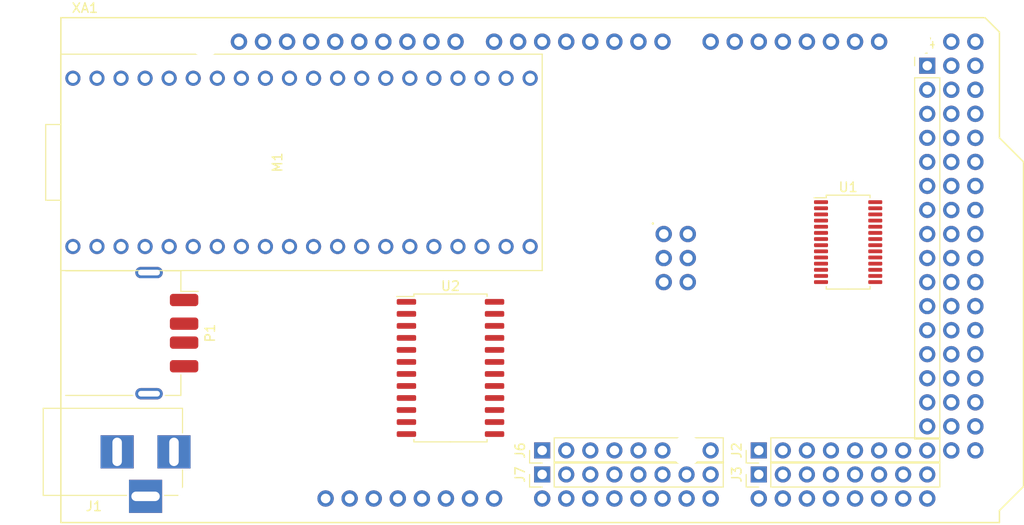
<source format=kicad_pcb>
(kicad_pcb (version 20221018) (generator pcbnew)
  (layers (0 "F.Cu" signal) (31 "B.Cu" signal) (34 "B.Paste" user) (35 "F.Paste" user) (36 "B.SilkS" user "B.Silkscreen") (37 "F.SilkS" user "F.Silkscreen") (38 "B.Mask" user) (39 "F.Mask" user) (44 "Edge.Cuts" user))
  (net 0 "")
  (net 3 "Net-(M1-GND-Pad13)")
  (footprint "Arduino:Arduino_Mega2560_Shield" (layer "F.Cu") (at 150.0632 130.3528)
    (fp_text reference "XA1" (at 2.54 -54.356) (layer "F.SilkS"))
    (fp_text value "Arduino_Mega2560_Shield")
    (fp_text user "." (at 62.484 -32.004) (layer "F.SilkS"))
    (fp_line (start 0 -53.34) (end 0 0) (stroke (width 0.15)) (layer "F.SilkS"))
    (fp_line (start 0 -53.34) (end 97.536 -53.34) (stroke (width 0.15)) (layer "F.SilkS"))
    (fp_line (start 0 0) (end 99.06 0) (stroke (width 0.15)) (layer "F.SilkS"))
    (fp_line (start 97.536 -53.34) (end 99.06 -51.816) (stroke (width 0.15)) (layer "F.SilkS"))
    (fp_line (start 99.06 -40.64) (end 99.06 -51.816) (stroke (width 0.15)) (layer "F.SilkS"))
    (fp_line (start 99.06 -1.27) (end 101.6 -3.81) (stroke (width 0.15)) (layer "F.SilkS"))
    (fp_line (start 99.06 0) (end 99.06 -1.27) (stroke (width 0.15)) (layer "F.SilkS"))
    (fp_line (start 101.6 -38.1) (end 99.06 -40.64) (stroke (width 0.15)) (layer "F.SilkS"))
    (fp_line (start 101.6 -3.81) (end 101.6 -38.1) (stroke (width 0.15)) (layer "F.SilkS"))
    (pad "" np_thru_hole circle (at 13.97 -2.54) (size 3.2 3.2) (drill 3.2) (layers "*.Cu" "*.Mask"))
    (pad "" np_thru_hole circle (at 15.24 -50.8) (size 3.2 3.2) (drill 3.2) (layers "*.Cu" "*.Mask"))
    (pad "" thru_hole oval (at 27.94 -2.54) (size 1.7272 1.7272) (drill 1.016) (layers "*.Cu" "*.Mask"))
    (pad "" np_thru_hole circle (at 66.04 -35.56) (size 3.2 3.2) (drill 3.2) (layers "*.Cu" "*.Mask"))
    (pad "" np_thru_hole circle (at 66.04 -7.62) (size 3.2 3.2) (drill 3.2) (layers "*.Cu" "*.Mask"))
    (pad "" np_thru_hole circle (at 90.17 -50.8) (size 3.2 3.2) (drill 3.2) (layers "*.Cu" "*.Mask"))
    (pad "" np_thru_hole circle (at 96.52 -2.54) (size 3.2 3.2) (drill 3.2) (layers "*.Cu" "*.Mask"))
    (pad "3V3" thru_hole oval (at 35.56 -2.54) (size 1.7272 1.7272) (drill 1.016) (layers "*.Cu" "*.Mask"))
    (pad "5V1" thru_hole oval (at 38.1 -2.54) (size 1.7272 1.7272) (drill 1.016) (layers "*.Cu" "*.Mask"))
    (pad "5V2" thru_hole oval (at 66.167 -30.48) (size 1.7272 1.7272) (drill 1.016) (layers "*.Cu" "*.Mask"))
    (pad "5V3" thru_hole oval (at 93.98 -50.8) (size 1.7272 1.7272) (drill 1.016) (layers "*.Cu" "*.Mask"))
    (pad "5V4" thru_hole oval (at 96.52 -50.8) (size 1.7272 1.7272) (drill 1.016) (layers "*.Cu" "*.Mask"))
    (pad "A0" thru_hole oval (at 50.8 -2.54) (size 1.7272 1.7272) (drill 1.016) (layers "*.Cu" "*.Mask"))
    (pad "A1" thru_hole oval (at 53.34 -2.54) (size 1.7272 1.7272) (drill 1.016) (layers "*.Cu" "*.Mask"))
    (pad "A2" thru_hole oval (at 55.88 -2.54) (size 1.7272 1.7272) (drill 1.016) (layers "*.Cu" "*.Mask"))
    (pad "A3" thru_hole oval (at 58.42 -2.54) (size 1.7272 1.7272) (drill 1.016) (layers "*.Cu" "*.Mask"))
    (pad "A4" thru_hole oval (at 60.96 -2.54) (size 1.7272 1.7272) (drill 1.016) (layers "*.Cu" "*.Mask"))
    (pad "A5" thru_hole oval (at 63.5 -2.54) (size 1.7272 1.7272) (drill 1.016) (layers "*.Cu" "*.Mask"))
    (pad "A6" thru_hole oval (at 66.04 -2.54) (size 1.7272 1.7272) (drill 1.016) (layers "*.Cu" "*.Mask"))
    (pad "A7" thru_hole oval (at 68.58 -2.54) (size 1.7272 1.7272) (drill 1.016) (layers "*.Cu" "*.Mask"))
    (pad "A8" thru_hole oval (at 73.66 -2.54) (size 1.7272 1.7272) (drill 1.016) (layers "*.Cu" "*.Mask"))
    (pad "A9" thru_hole oval (at 76.2 -2.54) (size 1.7272 1.7272) (drill 1.016) (layers "*.Cu" "*.Mask"))
    (pad "A10" thru_hole oval (at 78.74 -2.54) (size 1.7272 1.7272) (drill 1.016) (layers "*.Cu" "*.Mask"))
    (pad "A11" thru_hole oval (at 81.28 -2.54) (size 1.7272 1.7272) (drill 1.016) (layers "*.Cu" "*.Mask"))
    (pad "A12" thru_hole oval (at 83.82 -2.54) (size 1.7272 1.7272) (drill 1.016) (layers "*.Cu" "*.Mask"))
    (pad "A13" thru_hole oval (at 86.36 -2.54) (size 1.7272 1.7272) (drill 1.016) (layers "*.Cu" "*.Mask"))
    (pad "A14" thru_hole oval (at 88.9 -2.54) (size 1.7272 1.7272) (drill 1.016) (layers "*.Cu" "*.Mask"))
    (pad "A15" thru_hole oval (at 91.44 -2.54) (size 1.7272 1.7272) (drill 1.016) (layers "*.Cu" "*.Mask"))
    (pad "AREF" thru_hole oval (at 23.876 -50.8) (size 1.7272 1.7272) (drill 1.016) (layers "*.Cu" "*.Mask"))
    (pad "D0" thru_hole oval (at 63.5 -50.8) (size 1.7272 1.7272) (drill 1.016) (layers "*.Cu" "*.Mask"))
    (pad "D1" thru_hole oval (at 60.96 -50.8) (size 1.7272 1.7272) (drill 1.016) (layers "*.Cu" "*.Mask"))
    (pad "D2" thru_hole oval (at 58.42 -50.8) (size 1.7272 1.7272) (drill 1.016) (layers "*.Cu" "*.Mask"))
    (pad "D3" thru_hole oval (at 55.88 -50.8) (size 1.7272 1.7272) (drill 1.016) (layers "*.Cu" "*.Mask"))
    (pad "D4" thru_hole oval (at 53.34 -50.8) (size 1.7272 1.7272) (drill 1.016) (layers "*.Cu" "*.Mask"))
    (pad "D5" thru_hole oval (at 50.8 -50.8) (size 1.7272 1.7272) (drill 1.016) (layers "*.Cu" "*.Mask"))
    (pad "D6" thru_hole oval (at 48.26 -50.8) (size 1.7272 1.7272) (drill 1.016) (layers "*.Cu" "*.Mask"))
    (pad "D7" thru_hole oval (at 45.72 -50.8) (size 1.7272 1.7272) (drill 1.016) (layers "*.Cu" "*.Mask"))
    (pad "D8" thru_hole oval (at 41.656 -50.8) (size 1.7272 1.7272) (drill 1.016) (layers "*.Cu" "*.Mask"))
    (pad "D9" thru_hole oval (at 39.116 -50.8) (size 1.7272 1.7272) (drill 1.016) (layers "*.Cu" "*.Mask"))
    (pad "D10" thru_hole oval (at 36.576 -50.8) (size 1.7272 1.7272) (drill 1.016) (layers "*.Cu" "*.Mask"))
    (pad "D11" thru_hole oval (at 34.036 -50.8) (size 1.7272 1.7272) (drill 1.016) (layers "*.Cu" "*.Mask"))
    (pad "D12" thru_hole oval (at 31.496 -50.8) (size 1.7272 1.7272) (drill 1.016) (layers "*.Cu" "*.Mask"))
    (pad "D13" thru_hole oval (at 28.956 -50.8) (size 1.7272 1.7272) (drill 1.016) (layers "*.Cu" "*.Mask"))
    (pad "D14" thru_hole oval (at 68.58 -50.8) (size 1.7272 1.7272) (drill 1.016) (layers "*.Cu" "*.Mask"))
    (pad "D15" thru_hole oval (at 71.12 -50.8) (size 1.7272 1.7272) (drill 1.016) (layers "*.Cu" "*.Mask"))
    (pad "D16" thru_hole oval (at 73.66 -50.8) (size 1.7272 1.7272) (drill 1.016) (layers "*.Cu" "*.Mask"))
    (pad "D17" thru_hole oval (at 76.2 -50.8) (size 1.7272 1.7272) (drill 1.016) (layers "*.Cu" "*.Mask"))
    (pad "D18" thru_hole oval (at 78.74 -50.8) (size 1.7272 1.7272) (drill 1.016) (layers "*.Cu" "*.Mask"))
    (pad "D19" thru_hole oval (at 81.28 -50.8) (size 1.7272 1.7272) (drill 1.016) (layers "*.Cu" "*.Mask"))
    (pad "D20" thru_hole oval (at 83.82 -50.8) (size 1.7272 1.7272) (drill 1.016) (layers "*.Cu" "*.Mask"))
    (pad "D21" thru_hole oval (at 86.36 -50.8) (size 1.7272 1.7272) (drill 1.016) (layers "*.Cu" "*.Mask"))
    (pad "D22" thru_hole oval (at 93.98 -48.26) (size 1.7272 1.7272) (drill 1.016) (layers "*.Cu" "*.Mask"))
    (pad "D23" thru_hole oval (at 96.52 -48.26) (size 1.7272 1.7272) (drill 1.016) (layers "*.Cu" "*.Mask"))
    (pad "D24" thru_hole oval (at 93.98 -45.72) (size 1.7272 1.7272) (drill 1.016) (layers "*.Cu" "*.Mask"))
    (pad "D25" thru_hole oval (at 96.52 -45.72) (size 1.7272 1.7272) (drill 1.016) (layers "*.Cu" "*.Mask"))
    (pad "D26" thru_hole oval (at 93.98 -43.18) (size 1.7272 1.7272) (drill 1.016) (layers "*.Cu" "*.Mask"))
    (pad "D27" thru_hole oval (at 96.52 -43.18) (size 1.7272 1.7272) (drill 1.016) (layers "*.Cu" "*.Mask"))
    (pad "D28" thru_hole oval (at 93.98 -40.64) (size 1.7272 1.7272) (drill 1.016) (layers "*.Cu" "*.Mask"))
    (pad "D29" thru_hole oval (at 96.52 -40.64) (size 1.7272 1.7272) (drill 1.016) (layers "*.Cu" "*.Mask"))
    (pad "D30" thru_hole oval (at 93.98 -38.1) (size 1.7272 1.7272) (drill 1.016) (layers "*.Cu" "*.Mask"))
    (pad "D31" thru_hole oval (at 96.52 -38.1) (size 1.7272 1.7272) (drill 1.016) (layers "*.Cu" "*.Mask"))
    (pad "D32" thru_hole oval (at 93.98 -35.56) (size 1.7272 1.7272) (drill 1.016) (layers "*.Cu" "*.Mask"))
    (pad "D33" thru_hole oval (at 96.52 -35.56) (size 1.7272 1.7272) (drill 1.016) (layers "*.Cu" "*.Mask"))
    (pad "D34" thru_hole oval (at 93.98 -33.02) (size 1.7272 1.7272) (drill 1.016) (layers "*.Cu" "*.Mask"))
    (pad "D35" thru_hole oval (at 96.52 -33.02) (size 1.7272 1.7272) (drill 1.016) (layers "*.Cu" "*.Mask"))
    (pad "D36" thru_hole oval (at 93.98 -30.48) (size 1.7272 1.7272) (drill 1.016) (layers "*.Cu" "*.Mask"))
    (pad "D37" thru_hole oval (at 96.52 -30.48) (size 1.7272 1.7272) (drill 1.016) (layers "*.Cu" "*.Mask"))
    (pad "D38" thru_hole oval (at 93.98 -27.94) (size 1.7272 1.7272) (drill 1.016) (layers "*.Cu" "*.Mask"))
    (pad "D39" thru_hole oval (at 96.52 -27.94) (size 1.7272 1.7272) (drill 1.016) (layers "*.Cu" "*.Mask"))
    (pad "D40" thru_hole oval (at 93.98 -25.4) (size 1.7272 1.7272) (drill 1.016) (layers "*.Cu" "*.Mask"))
    (pad "D41" thru_hole oval (at 96.52 -25.4) (size 1.7272 1.7272) (drill 1.016) (layers "*.Cu" "*.Mask"))
    (pad "D42" thru_hole oval (at 93.98 -22.86) (size 1.7272 1.7272) (drill 1.016) (layers "*.Cu" "*.Mask"))
    (pad "D43" thru_hole oval (at 96.52 -22.86) (size 1.7272 1.7272) (drill 1.016) (layers "*.Cu" "*.Mask"))
    (pad "D44" thru_hole oval (at 93.98 -20.32) (size 1.7272 1.7272) (drill 1.016) (layers "*.Cu" "*.Mask"))
    (pad "D45" thru_hole oval (at 96.52 -20.32) (size 1.7272 1.7272) (drill 1.016) (layers "*.Cu" "*.Mask"))
    (pad "D46" thru_hole oval (at 93.98 -17.78) (size 1.7272 1.7272) (drill 1.016) (layers "*.Cu" "*.Mask"))
    (pad "D47" thru_hole oval (at 96.52 -17.78) (size 1.7272 1.7272) (drill 1.016) (layers "*.Cu" "*.Mask"))
    (pad "D48" thru_hole oval (at 93.98 -15.24) (size 1.7272 1.7272) (drill 1.016) (layers "*.Cu" "*.Mask"))
    (pad "D49" thru_hole oval (at 96.52 -15.24) (size 1.7272 1.7272) (drill 1.016) (layers "*.Cu" "*.Mask"))
    (pad "D50" thru_hole oval (at 93.98 -12.7) (size 1.7272 1.7272) (drill 1.016) (layers "*.Cu" "*.Mask"))
    (pad "D51" thru_hole oval (at 96.52 -12.7) (size 1.7272 1.7272) (drill 1.016) (layers "*.Cu" "*.Mask"))
    (pad "D52" thru_hole oval (at 93.98 -10.16) (size 1.7272 1.7272) (drill 1.016) (layers "*.Cu" "*.Mask"))
    (pad "D53" thru_hole oval (at 96.52 -10.16) (size 1.7272 1.7272) (drill 1.016) (layers "*.Cu" "*.Mask"))
    (pad "GND1" thru_hole oval (at 26.416 -50.8) (size 1.7272 1.7272) (drill 1.016) (layers "*.Cu" "*.Mask"))
    (pad "GND2" thru_hole oval (at 40.64 -2.54) (size 1.7272 1.7272) (drill 1.016) (layers "*.Cu" "*.Mask"))
    (pad "GND3" thru_hole oval (at 43.18 -2.54) (size 1.7272 1.7272) (drill 1.016) (layers "*.Cu" "*.Mask"))
    (pad "GND4" thru_hole oval (at 66.167 -25.4) (size 1.7272 1.7272) (drill 1.016) (layers "*.Cu" "*.Mask"))
    (pad "GND5" thru_hole oval (at 93.98 -7.62) (size 1.7272 1.7272) (drill 1.016) (layers "*.Cu" "*.Mask"))
    (pad "GND6" thru_hole oval (at 96.52 -7.62) (size 1.7272 1.7272) (drill 1.016) (layers "*.Cu" "*.Mask"))
    (pad "IORF" thru_hole oval (at 30.48 -2.54) (size 1.7272 1.7272) (drill 1.016) (layers "*.Cu" "*.Mask"))
    (pad "MISO" thru_hole oval (at 63.627 -30.48) (size 1.7272 1.7272) (drill 1.016) (layers "*.Cu" "*.Mask"))
    (pad "MOSI" thru_hole oval (at 66.167 -27.94) (size 1.7272 1.7272) (drill 1.016) (layers "*.Cu" "*.Mask"))
    (pad "RST1" thru_hole oval (at 33.02 -2.54) (size 1.7272 1.7272) (drill 1.016) (layers "*.Cu" "*.Mask"))
    (pad "RST2" thru_hole oval (at 63.627 -25.4) (size 1.7272 1.7272) (drill 1.016) (layers "*.Cu" "*.Mask"))
    (pad "SCK" thru_hole oval (at 63.627 -27.94) (size 1.7272 1.7272) (drill 1.016) (layers "*.Cu" "*.Mask"))
    (pad "SCL" thru_hole oval (at 18.796 -50.8) (size 1.7272 1.7272) (drill 1.016) (layers "*.Cu" "*.Mask"))
    (pad "SDA" thru_hole oval (at 21.336 -50.8) (size 1.7272 1.7272) (drill 1.016) (layers "*.Cu" "*.Mask"))
    (pad "VIN" thru_hole oval (at 45.72 -2.54) (size 1.7272 1.7272) (drill 1.016) (layers "*.Cu" "*.Mask"))
  )
  (footprint "Connector_USB:USB_A_Receptacle_GCT_USB1046" (layer "F.Cu") (at 155.818 110.3428 -90)
    (fp_text reference "P1" (at 0 -10 -90) (layer "F.SilkS"))
    (fp_text value "Conn_USB_A_Socket_AdamTech_USB-A-S-RA-TSMT")
    (fp_line (start -6.58 -6.91) (end -6.58 -5.26) (stroke (width 0.12)) (layer "F.SilkS"))
    (fp_line (start -6.58 -1.84) (end -6.58 5.25) (stroke (width 0.12)) (layer "F.SilkS"))
    (fp_line (start -4.41 -6.91) (end -6.58 -6.91) (stroke (width 0.12)) (layer "F.SilkS"))
    (fp_line (start -4.41 -6.91) (end -4.41 -8.75) (stroke (width 0.12)) (layer "F.SilkS"))
    (fp_line (start 4.41 -6.91) (end 6.58 -6.91) (stroke (width 0.12)) (layer "F.SilkS"))
    (fp_line (start 6.58 -6.91) (end 6.58 -5.26) (stroke (width 0.12)) (layer "F.SilkS"))
    (fp_line (start 6.58 -1.84) (end 6.58 5.25) (stroke (width 0.12)) (layer "F.SilkS"))
    (pad "1" smd roundrect (at -3.5 -7.25 270) (size 1.3 3) (layers "F.Cu" "F.Paste" "F.Mask"))
    (pad "2" smd roundrect (at -1 -7.25 270) (size 1.3 3) (layers "F.Cu" "F.Paste" "F.Mask"))
    (pad "3" smd roundrect (at 1 -7.25 270) (size 1.3 3) (layers "F.Cu" "F.Paste" "F.Mask"))
    (pad "4" smd roundrect (at 3.5 -7.25 270) (size 1.3 3) (layers "F.Cu" "F.Paste" "F.Mask"))
    (pad "5" thru_hole oval (at -6.4 -3.55 270) (size 1.2 2.9) (drill oval 0.6 2.3) (layers "*.Cu" "*.Mask"))
    (pad "5" thru_hole oval (at 6.4 -3.55 270) (size 1.2 2.9) (drill oval 0.6 2.3) (layers "*.Cu" "*.Mask"))
  )
  (footprint "fab:RaspberryPi_PicoW_SocketTHT" (layer "F.Cu") (at 175.4632 92.3036 90)
    (fp_text reference "M1" (at 0.0025 -2.54 90 unlocked) (layer "F.SilkS"))
    (fp_text value "Module_RaspberryPi_PicoW_SocketTHT")
    (fp_line (start -11.43 -25.4) (end -11.43 25.4) (stroke (width 0.12)) (layer "F.SilkS"))
    (fp_line (start -11.43 25.4) (end -11.43 25.4) (stroke (width 0.12)) (layer "F.SilkS"))
    (fp_line (start -11.43 25.4) (end 11.43 25.4) (stroke (width 0.12)) (layer "F.SilkS"))
    (fp_line (start -4 -27) (end 4 -27) (stroke (width 0.12)) (layer "F.SilkS"))
    (fp_line (start -4 -25.4) (end -4 -27) (stroke (width 0.12)) (layer "F.SilkS"))
    (fp_line (start 4 -27) (end 4 -25.4) (stroke (width 0.12)) (layer "F.SilkS"))
    (fp_line (start 8.89 -25.4) (end -11.43 -25.4) (stroke (width 0.12)) (layer "F.SilkS"))
    (fp_line (start 11.43 -25.4) (end 8.89 -25.4) (stroke (width 0.12)) (layer "F.SilkS"))
    (fp_line (start 11.43 25.4) (end 11.43 -25.4) (stroke (width 0.12)) (layer "F.SilkS"))
    (fp_line (start 11.43 25.4) (end 11.43 25.4) (stroke (width 0.12)) (layer "F.SilkS"))
    (pad "1" thru_hole circle (at -8.89 -24.13 90) (size 1.6 1.6) (drill 1) (layers "*.Cu" "*.Mask"))
    (pad "2" thru_hole circle (at -8.89 -21.59 90) (size 1.6 1.6) (drill 1) (layers "*.Cu" "*.Mask"))
    (pad "3" thru_hole circle (at -8.89 -19.05 90) (size 1.6 1.6) (drill 1) (layers "*.Cu" "*.Mask") (net 3 "Net-(M1-GND-Pad13)"))
    (pad "4" thru_hole circle (at -8.89 -16.51 90) (size 1.6 1.6) (drill 1) (layers "*.Cu" "*.Mask"))
    (pad "5" thru_hole circle (at -8.89 -13.97 90) (size 1.6 1.6) (drill 1) (layers "*.Cu" "*.Mask"))
    (pad "6" thru_hole circle (at -8.89 -11.43 90) (size 1.6 1.6) (drill 1) (layers "*.Cu" "*.Mask"))
    (pad "7" thru_hole circle (at -8.89 -8.89 90) (size 1.6 1.6) (drill 1) (layers "*.Cu" "*.Mask"))
    (pad "8" thru_hole circle (at -8.89 -6.35 90) (size 1.6 1.6) (drill 1) (layers "*.Cu" "*.Mask") (net 3 "Net-(M1-GND-Pad13)"))
    (pad "9" thru_hole circle (at -8.89 -3.81 90) (size 1.6 1.6) (drill 1) (layers "*.Cu" "*.Mask"))
    (pad "10" thru_hole circle (at -8.89 -1.27 90) (size 1.6 1.6) (drill 1) (layers "*.Cu" "*.Mask"))
    (pad "11" thru_hole circle (at -8.89 1.27 90) (size 1.6 1.6) (drill 1) (layers "*.Cu" "*.Mask"))
    (pad "12" thru_hole circle (at -8.89 3.81 90) (size 1.6 1.6) (drill 1) (layers "*.Cu" "*.Mask"))
    (pad "13" thru_hole circle (at -8.89 6.35 90) (size 1.6 1.6) (drill 1) (layers "*.Cu" "*.Mask") (net 3 "Net-(M1-GND-Pad13)"))
    (pad "14" thru_hole circle (at -8.89 8.89 90) (size 1.6 1.6) (drill 1) (layers "*.Cu" "*.Mask"))
    (pad "15" thru_hole circle (at -8.89 11.43 90) (size 1.6 1.6) (drill 1) (layers "*.Cu" "*.Mask"))
    (pad "16" thru_hole circle (at -8.89 13.97 90) (size 1.6 1.6) (drill 1) (layers "*.Cu" "*.Mask"))
    (pad "17" thru_hole circle (at -8.89 16.51 90) (size 1.6 1.6) (drill 1) (layers "*.Cu" "*.Mask"))
    (pad "18" thru_hole circle (at -8.89 19.05 90) (size 1.6 1.6) (drill 1) (layers "*.Cu" "*.Mask") (net 3 "Net-(M1-GND-Pad13)"))
    (pad "19" thru_hole circle (at -8.89 21.59 90) (size 1.6 1.6) (drill 1) (layers "*.Cu" "*.Mask"))
    (pad "20" thru_hole circle (at -8.89 24.13 90) (size 1.6 1.6) (drill 1) (layers "*.Cu" "*.Mask"))
    (pad "21" thru_hole circle (at 8.89 24.13 90) (size 1.6 1.6) (drill 1) (layers "*.Cu" "*.Mask"))
    (pad "22" thru_hole circle (at 8.89 21.59 90) (size 1.6 1.6) (drill 1) (layers "*.Cu" "*.Mask"))
    (pad "23" thru_hole circle (at 8.89 19.05 90) (size 1.6 1.6) (drill 1) (layers "*.Cu" "*.Mask") (net 3 "Net-(M1-GND-Pad13)"))
    (pad "24" thru_hole circle (at 8.89 16.51 90) (size 1.6 1.6) (drill 1) (layers "*.Cu" "*.Mask"))
    (pad "25" thru_hole circle (at 8.89 13.97 90) (size 1.6 1.6) (drill 1) (layers "*.Cu" "*.Mask"))
    (pad "26" thru_hole circle (at 8.89 11.43 90) (size 1.6 1.6) (drill 1) (layers "*.Cu" "*.Mask"))
    (pad "27" thru_hole circle (at 8.89 8.89 90) (size 1.6 1.6) (drill 1) (layers "*.Cu" "*.Mask"))
    (pad "28" thru_hole circle (at 8.89 6.35 90) (size 1.6 1.6) (drill 1) (layers "*.Cu" "*.Mask") (net 3 "Net-(M1-GND-Pad13)"))
    (pad "29" thru_hole circle (at 8.89 3.81 90) (size 1.6 1.6) (drill 1) (layers "*.Cu" "*.Mask"))
    (pad "30" thru_hole circle (at 8.89 1.27 90) (size 1.6 1.6) (drill 1) (layers "*.Cu" "*.Mask"))
    (pad "31" thru_hole circle (at 8.89 -1.27 90) (size 1.6 1.6) (drill 1) (layers "*.Cu" "*.Mask"))
    (pad "32" thru_hole circle (at 8.89 -3.81 90) (size 1.6 1.6) (drill 1) (layers "*.Cu" "*.Mask"))
    (pad "33" thru_hole circle (at 8.89 -6.35 90) (size 1.6 1.6) (drill 1) (layers "*.Cu" "*.Mask") (net 3 "Net-(M1-GND-Pad13)"))
    (pad "34" thru_hole circle (at 8.89 -8.89 90) (size 1.6 1.6) (drill 1) (layers "*.Cu" "*.Mask"))
    (pad "35" thru_hole circle (at 8.89 -11.43 90) (size 1.6 1.6) (drill 1) (layers "*.Cu" "*.Mask"))
    (pad "36" thru_hole circle (at 8.89 -13.97 90) (size 1.6 1.6) (drill 1) (layers "*.Cu" "*.Mask"))
    (pad "37" thru_hole circle (at 8.89 -16.51 90) (size 1.6 1.6) (drill 1) (layers "*.Cu" "*.Mask"))
    (pad "38" thru_hole circle (at 8.89 -19.05 90) (size 1.6 1.6) (drill 1) (layers "*.Cu" "*.Mask") (net 3 "Net-(M1-GND-Pad13)"))
    (pad "39" thru_hole circle (at 8.89 -21.59 90) (size 1.6 1.6) (drill 1) (layers "*.Cu" "*.Mask"))
    (pad "40" thru_hole circle (at 8.89 -24.13 90) (size 1.6 1.6) (drill 1) (layers "*.Cu" "*.Mask"))
  )
  (footprint "Connector_PinHeader_2.54mm:PinHeader_1x08_P2.54mm_Vertical" (layer "F.Cu") (at 223.7232 122.7328 90)
    (fp_text reference "J2" (at 0 -2.33 90) (layer "F.SilkS"))
    (fp_text value "Conn_01x08")
    (fp_line (start -1.33 -1.33) (end 0 -1.33) (stroke (width 0.12)) (layer "F.SilkS"))
    (fp_line (start -1.33 0) (end -1.33 -1.33) (stroke (width 0.12)) (layer "F.SilkS"))
    (fp_line (start -1.33 1.27) (end -1.33 19.11) (stroke (width 0.12)) (layer "F.SilkS"))
    (fp_line (start -1.33 1.27) (end 1.33 1.27) (stroke (width 0.12)) (layer "F.SilkS"))
    (fp_line (start -1.33 19.11) (end 1.33 19.11) (stroke (width 0.12)) (layer "F.SilkS"))
    (fp_line (start 1.33 1.27) (end 1.33 19.11) (stroke (width 0.12)) (layer "F.SilkS"))
    (pad "1" thru_hole rect (at 0 0 90) (size 1.7 1.7) (drill 1) (layers "*.Cu" "*.Mask"))
    (pad "2" thru_hole oval (at 0 2.54 90) (size 1.7 1.7) (drill 1) (layers "*.Cu" "*.Mask"))
    (pad "3" thru_hole oval (at 0 5.08 90) (size 1.7 1.7) (drill 1) (layers "*.Cu" "*.Mask"))
    (pad "4" thru_hole oval (at 0 7.62 90) (size 1.7 1.7) (drill 1) (layers "*.Cu" "*.Mask"))
    (pad "5" thru_hole oval (at 0 10.16 90) (size 1.7 1.7) (drill 1) (layers "*.Cu" "*.Mask"))
    (pad "6" thru_hole oval (at 0 12.7 90) (size 1.7 1.7) (drill 1) (layers "*.Cu" "*.Mask"))
    (pad "7" thru_hole oval (at 0 15.24 90) (size 1.7 1.7) (drill 1) (layers "*.Cu" "*.Mask"))
    (pad "8" thru_hole oval (at 0 17.78 90) (size 1.7 1.7) (drill 1) (layers "*.Cu" "*.Mask"))
  )
  (footprint "Connector_PinHeader_2.54mm:PinHeader_1x08_P2.54mm_Vertical" (layer "F.Cu") (at 223.7232 125.2728 90)
    (fp_text reference "J3" (at 0 -2.33 90) (layer "F.SilkS"))
    (fp_text value "Conn_01x08")
    (fp_line (start -1.33 -1.33) (end 0 -1.33) (stroke (width 0.12)) (layer "F.SilkS"))
    (fp_line (start -1.33 0) (end -1.33 -1.33) (stroke (width 0.12)) (layer "F.SilkS"))
    (fp_line (start -1.33 1.27) (end -1.33 19.11) (stroke (width 0.12)) (layer "F.SilkS"))
    (fp_line (start -1.33 1.27) (end 1.33 1.27) (stroke (width 0.12)) (layer "F.SilkS"))
    (fp_line (start -1.33 19.11) (end 1.33 19.11) (stroke (width 0.12)) (layer "F.SilkS"))
    (fp_line (start 1.33 1.27) (end 1.33 19.11) (stroke (width 0.12)) (layer "F.SilkS"))
    (pad "1" thru_hole rect (at 0 0 90) (size 1.7 1.7) (drill 1) (layers "*.Cu" "*.Mask"))
    (pad "2" thru_hole oval (at 0 2.54 90) (size 1.7 1.7) (drill 1) (layers "*.Cu" "*.Mask"))
    (pad "3" thru_hole oval (at 0 5.08 90) (size 1.7 1.7) (drill 1) (layers "*.Cu" "*.Mask"))
    (pad "4" thru_hole oval (at 0 7.62 90) (size 1.7 1.7) (drill 1) (layers "*.Cu" "*.Mask"))
    (pad "5" thru_hole oval (at 0 10.16 90) (size 1.7 1.7) (drill 1) (layers "*.Cu" "*.Mask"))
    (pad "6" thru_hole oval (at 0 12.7 90) (size 1.7 1.7) (drill 1) (layers "*.Cu" "*.Mask"))
    (pad "7" thru_hole oval (at 0 15.24 90) (size 1.7 1.7) (drill 1) (layers "*.Cu" "*.Mask"))
    (pad "8" thru_hole oval (at 0 17.78 90) (size 1.7 1.7) (drill 1) (layers "*.Cu" "*.Mask"))
  )
  (footprint "Connector_PinHeader_2.54mm:PinHeader_1x08_P2.54mm_Vertical" (layer "F.Cu") (at 200.8632 125.2728 90)
    (fp_text reference "J7" (at 0 -2.33 90) (layer "F.SilkS"))
    (fp_text value "Conn_01x08")
    (fp_line (start -1.33 -1.33) (end 0 -1.33) (stroke (width 0.12)) (layer "F.SilkS"))
    (fp_line (start -1.33 0) (end -1.33 -1.33) (stroke (width 0.12)) (layer "F.SilkS"))
    (fp_line (start -1.33 1.27) (end -1.33 19.11) (stroke (width 0.12)) (layer "F.SilkS"))
    (fp_line (start -1.33 1.27) (end 1.33 1.27) (stroke (width 0.12)) (layer "F.SilkS"))
    (fp_line (start -1.33 19.11) (end 1.33 19.11) (stroke (width 0.12)) (layer "F.SilkS"))
    (fp_line (start 1.33 1.27) (end 1.33 19.11) (stroke (width 0.12)) (layer "F.SilkS"))
    (pad "1" thru_hole rect (at 0 0 90) (size 1.7 1.7) (drill 1) (layers "*.Cu" "*.Mask"))
    (pad "2" thru_hole oval (at 0 2.54 90) (size 1.7 1.7) (drill 1) (layers "*.Cu" "*.Mask"))
    (pad "3" thru_hole oval (at 0 5.08 90) (size 1.7 1.7) (drill 1) (layers "*.Cu" "*.Mask"))
    (pad "4" thru_hole oval (at 0 7.62 90) (size 1.7 1.7) (drill 1) (layers "*.Cu" "*.Mask"))
    (pad "5" thru_hole oval (at 0 10.16 90) (size 1.7 1.7) (drill 1) (layers "*.Cu" "*.Mask"))
    (pad "6" thru_hole oval (at 0 12.7 90) (size 1.7 1.7) (drill 1) (layers "*.Cu" "*.Mask"))
    (pad "7" thru_hole oval (at 0 15.24 90) (size 1.7 1.7) (drill 1) (layers "*.Cu" "*.Mask"))
    (pad "8" thru_hole oval (at 0 17.78 90) (size 1.7 1.7) (drill 1) (layers "*.Cu" "*.Mask"))
  )
  (footprint "Connector_PinHeader_2.54mm:PinHeader_1x16_P2.54mm_Vertical" (layer "F.Cu") (at 241.5032 82.0928)
    (fp_text reference "J4" (at 0 -2.33) (layer "F.SilkS"))
    (fp_text value "Conn_01x16")
    (fp_line (start -1.33 -1.33) (end 0 -1.33) (stroke (width 0.12)) (layer "F.SilkS"))
    (fp_line (start -1.33 0) (end -1.33 -1.33) (stroke (width 0.12)) (layer "F.SilkS"))
    (fp_line (start -1.33 1.27) (end -1.33 39.43) (stroke (width 0.12)) (layer "F.SilkS"))
    (fp_line (start -1.33 1.27) (end 1.33 1.27) (stroke (width 0.12)) (layer "F.SilkS"))
    (fp_line (start -1.33 39.43) (end 1.33 39.43) (stroke (width 0.12)) (layer "F.SilkS"))
    (fp_line (start 1.33 1.27) (end 1.33 39.43) (stroke (width 0.12)) (layer "F.SilkS"))
    (pad "1" thru_hole rect (at 0 0) (size 1.7 1.7) (drill 1) (layers "*.Cu" "*.Mask"))
    (pad "2" thru_hole oval (at 0 2.54) (size 1.7 1.7) (drill 1) (layers "*.Cu" "*.Mask"))
    (pad "3" thru_hole oval (at 0 5.08) (size 1.7 1.7) (drill 1) (layers "*.Cu" "*.Mask"))
    (pad "4" thru_hole oval (at 0 7.62) (size 1.7 1.7) (drill 1) (layers "*.Cu" "*.Mask"))
    (pad "5" thru_hole oval (at 0 10.16) (size 1.7 1.7) (drill 1) (layers "*.Cu" "*.Mask"))
    (pad "6" thru_hole oval (at 0 12.7) (size 1.7 1.7) (drill 1) (layers "*.Cu" "*.Mask"))
    (pad "7" thru_hole oval (at 0 15.24) (size 1.7 1.7) (drill 1) (layers "*.Cu" "*.Mask"))
    (pad "8" thru_hole oval (at 0 17.78) (size 1.7 1.7) (drill 1) (layers "*.Cu" "*.Mask"))
    (pad "9" thru_hole oval (at 0 20.32) (size 1.7 1.7) (drill 1) (layers "*.Cu" "*.Mask"))
    (pad "10" thru_hole oval (at 0 22.86) (size 1.7 1.7) (drill 1) (layers "*.Cu" "*.Mask"))
    (pad "11" thru_hole oval (at 0 25.4) (size 1.7 1.7) (drill 1) (layers "*.Cu" "*.Mask"))
    (pad "12" thru_hole oval (at 0 27.94) (size 1.7 1.7) (drill 1) (layers "*.Cu" "*.Mask"))
    (pad "13" thru_hole oval (at 0 30.48) (size 1.7 1.7) (drill 1) (layers "*.Cu" "*.Mask"))
    (pad "14" thru_hole oval (at 0 33.02) (size 1.7 1.7) (drill 1) (layers "*.Cu" "*.Mask"))
    (pad "15" thru_hole oval (at 0 35.56) (size 1.7 1.7) (drill 1) (layers "*.Cu" "*.Mask"))
    (pad "16" thru_hole oval (at 0 38.1) (size 1.7 1.7) (drill 1) (layers "*.Cu" "*.Mask"))
  )
  (footprint "Package_SO:TSSOP-28_4.4x9.7mm_P0.65mm" (layer "F.Cu") (at 233.1543 100.7266)
    (fp_text reference "U1" (at 0 -5.8) (layer "F.SilkS"))
    (fp_text value "PCA9685PW")
    (fp_line (start -2.31 -4.96) (end -2.31 -4.685) (stroke (width 0.12)) (layer "F.SilkS"))
    (fp_line (start -2.31 -4.685) (end -3.6 -4.685) (stroke (width 0.12)) (layer "F.SilkS"))
    (fp_line (start -2.31 4.96) (end -2.31 4.685) (stroke (width 0.12)) (layer "F.SilkS"))
    (fp_line (start 0 -4.96) (end -2.31 -4.96) (stroke (width 0.12)) (layer "F.SilkS"))
    (fp_line (start 0 -4.96) (end 2.31 -4.96) (stroke (width 0.12)) (layer "F.SilkS"))
    (fp_line (start 0 4.96) (end -2.31 4.96) (stroke (width 0.12)) (layer "F.SilkS"))
    (fp_line (start 0 4.96) (end 2.31 4.96) (stroke (width 0.12)) (layer "F.SilkS"))
    (fp_line (start 2.31 -4.96) (end 2.31 -4.685) (stroke (width 0.12)) (layer "F.SilkS"))
    (fp_line (start 2.31 4.96) (end 2.31 4.685) (stroke (width 0.12)) (layer "F.SilkS"))
    (pad "1" smd roundrect (at -2.8625 -4.225) (size 1.475 0.4) (layers "F.Cu" "F.Paste" "F.Mask"))
    (pad "2" smd roundrect (at -2.8625 -3.575) (size 1.475 0.4) (layers "F.Cu" "F.Paste" "F.Mask"))
    (pad "3" smd roundrect (at -2.8625 -2.925) (size 1.475 0.4) (layers "F.Cu" "F.Paste" "F.Mask"))
    (pad "4" smd roundrect (at -2.8625 -2.275) (size 1.475 0.4) (layers "F.Cu" "F.Paste" "F.Mask"))
    (pad "5" smd roundrect (at -2.8625 -1.625) (size 1.475 0.4) (layers "F.Cu" "F.Paste" "F.Mask"))
    (pad "6" smd roundrect (at -2.8625 -0.975) (size 1.475 0.4) (layers "F.Cu" "F.Paste" "F.Mask"))
    (pad "7" smd roundrect (at -2.8625 -0.325) (size 1.475 0.4) (layers "F.Cu" "F.Paste" "F.Mask"))
    (pad "8" smd roundrect (at -2.8625 0.325) (size 1.475 0.4) (layers "F.Cu" "F.Paste" "F.Mask"))
    (pad "9" smd roundrect (at -2.8625 0.975) (size 1.475 0.4) (layers "F.Cu" "F.Paste" "F.Mask"))
    (pad "10" smd roundrect (at -2.8625 1.625) (size 1.475 0.4) (layers "F.Cu" "F.Paste" "F.Mask"))
    (pad "11" smd roundrect (at -2.8625 2.275) (size 1.475 0.4) (layers "F.Cu" "F.Paste" "F.Mask"))
    (pad "12" smd roundrect (at -2.8625 2.925) (size 1.475 0.4) (layers "F.Cu" "F.Paste" "F.Mask"))
    (pad "13" smd roundrect (at -2.8625 3.575) (size 1.475 0.4) (layers "F.Cu" "F.Paste" "F.Mask"))
    (pad "14" smd roundrect (at -2.8625 4.225) (size 1.475 0.4) (layers "F.Cu" "F.Paste" "F.Mask"))
    (pad "15" smd roundrect (at 2.8625 4.225) (size 1.475 0.4) (layers "F.Cu" "F.Paste" "F.Mask"))
    (pad "16" smd roundrect (at 2.8625 3.575) (size 1.475 0.4) (layers "F.Cu" "F.Paste" "F.Mask"))
    (pad "17" smd roundrect (at 2.8625 2.925) (size 1.475 0.4) (layers "F.Cu" "F.Paste" "F.Mask"))
    (pad "18" smd roundrect (at 2.8625 2.275) (size 1.475 0.4) (layers "F.Cu" "F.Paste" "F.Mask"))
    (pad "19" smd roundrect (at 2.8625 1.625) (size 1.475 0.4) (layers "F.Cu" "F.Paste" "F.Mask"))
    (pad "20" smd roundrect (at 2.8625 0.975) (size 1.475 0.4) (layers "F.Cu" "F.Paste" "F.Mask"))
    (pad "21" smd roundrect (at 2.8625 0.325) (size 1.475 0.4) (layers "F.Cu" "F.Paste" "F.Mask"))
    (pad "22" smd roundrect (at 2.8625 -0.325) (size 1.475 0.4) (layers "F.Cu" "F.Paste" "F.Mask"))
    (pad "23" smd roundrect (at 2.8625 -0.975) (size 1.475 0.4) (layers "F.Cu" "F.Paste" "F.Mask"))
    (pad "24" smd roundrect (at 2.8625 -1.625) (size 1.475 0.4) (layers "F.Cu" "F.Paste" "F.Mask"))
    (pad "25" smd roundrect (at 2.8625 -2.275) (size 1.475 0.4) (layers "F.Cu" "F.Paste" "F.Mask"))
    (pad "26" smd roundrect (at 2.8625 -2.925) (size 1.475 0.4) (layers "F.Cu" "F.Paste" "F.Mask"))
    (pad "27" smd roundrect (at 2.8625 -3.575) (size 1.475 0.4) (layers "F.Cu" "F.Paste" "F.Mask"))
    (pad "28" smd roundrect (at 2.8625 -4.225) (size 1.475 0.4) (layers "F.Cu" "F.Paste" "F.Mask"))
  )
  (footprint "Connectors:BARREL_JACK" (layer "F.Cu") (at 162.0012 122.8852)
    (fp_text reference "J1" (at -8.45 5.75 180) (layer "F.SilkS"))
    (fp_text value "Barrel_Jack_Switch")
    (fp_line (start -13.8 -4.6) (end 0.9 -4.6) (stroke (width 0.12)) (layer "F.SilkS"))
    (fp_line (start -13.8 4.6) (end -13.8 -4.6) (stroke (width 0.12)) (layer "F.SilkS"))
    (fp_line (start -5 4.6) (end -13.8 4.6) (stroke (width 0.12)) (layer "F.SilkS"))
    (fp_line (start 0.9 -4.6) (end 0.9 -2) (stroke (width 0.12)) (layer "F.SilkS"))
    (fp_line (start 0.9 1.9) (end 0.9 4.6) (stroke (width 0.12)) (layer "F.SilkS"))
    (fp_line (start 0.9 4.6) (end -1 4.6) (stroke (width 0.12)) (layer "F.SilkS"))
    (pad "1" thru_hole rect (at 0 0) (size 3.5 3.5) (drill oval 1 3) (layers "*.Cu" "*.Mask"))
    (pad "2" thru_hole rect (at -6 0) (size 3.5 3.5) (drill oval 1 3) (layers "*.Cu" "*.Mask"))
    (pad "3" thru_hole rect (at -3 4.7) (size 3.5 3.5) (drill oval 3 1) (layers "*.Cu" "*.Mask"))
  )
  (footprint "Package_SO:SOIC-24W_7.5x15.4mm_P1.27mm" (layer "F.Cu") (at 191.184 114.0206)
    (fp_text reference "U2" (at 0 -8.65) (layer "F.SilkS"))
    (fp_text value "CD74HC4067M")
    (fp_line (start -3.86 -7.81) (end -3.86 -7.545) (stroke (width 0.12)) (layer "F.SilkS"))
    (fp_line (start -3.86 -7.545) (end -5.675 -7.545) (stroke (width 0.12)) (layer "F.SilkS"))
    (fp_line (start -3.86 7.81) (end -3.86 7.545) (stroke (width 0.12)) (layer "F.SilkS"))
    (fp_line (start 0 -7.81) (end -3.86 -7.81) (stroke (width 0.12)) (layer "F.SilkS"))
    (fp_line (start 0 -7.81) (end 3.86 -7.81) (stroke (width 0.12)) (layer "F.SilkS"))
    (fp_line (start 0 7.81) (end -3.86 7.81) (stroke (width 0.12)) (layer "F.SilkS"))
    (fp_line (start 0 7.81) (end 3.86 7.81) (stroke (width 0.12)) (layer "F.SilkS"))
    (fp_line (start 3.86 -7.81) (end 3.86 -7.545) (stroke (width 0.12)) (layer "F.SilkS"))
    (fp_line (start 3.86 7.81) (end 3.86 7.545) (stroke (width 0.12)) (layer "F.SilkS"))
    (pad "1" smd roundrect (at -4.65 -6.985) (size 2.05 0.6) (layers "F.Cu" "F.Paste" "F.Mask"))
    (pad "2" smd roundrect (at -4.65 -5.715) (size 2.05 0.6) (layers "F.Cu" "F.Paste" "F.Mask"))
    (pad "3" smd roundrect (at -4.65 -4.445) (size 2.05 0.6) (layers "F.Cu" "F.Paste" "F.Mask"))
    (pad "4" smd roundrect (at -4.65 -3.175) (size 2.05 0.6) (layers "F.Cu" "F.Paste" "F.Mask"))
    (pad "5" smd roundrect (at -4.65 -1.905) (size 2.05 0.6) (layers "F.Cu" "F.Paste" "F.Mask"))
    (pad "6" smd roundrect (at -4.65 -0.635) (size 2.05 0.6) (layers "F.Cu" "F.Paste" "F.Mask"))
    (pad "7" smd roundrect (at -4.65 0.635) (size 2.05 0.6) (layers "F.Cu" "F.Paste" "F.Mask"))
    (pad "8" smd roundrect (at -4.65 1.905) (size 2.05 0.6) (layers "F.Cu" "F.Paste" "F.Mask"))
    (pad "9" smd roundrect (at -4.65 3.175) (size 2.05 0.6) (layers "F.Cu" "F.Paste" "F.Mask"))
    (pad "10" smd roundrect (at -4.65 4.445) (size 2.05 0.6) (layers "F.Cu" "F.Paste" "F.Mask"))
    (pad "11" smd roundrect (at -4.65 5.715) (size 2.05 0.6) (layers "F.Cu" "F.Paste" "F.Mask"))
    (pad "12" smd roundrect (at -4.65 6.985) (size 2.05 0.6) (layers "F.Cu" "F.Paste" "F.Mask"))
    (pad "13" smd roundrect (at 4.65 6.985) (size 2.05 0.6) (layers "F.Cu" "F.Paste" "F.Mask"))
    (pad "14" smd roundrect (at 4.65 5.715) (size 2.05 0.6) (layers "F.Cu" "F.Paste" "F.Mask"))
    (pad "15" smd roundrect (at 4.65 4.445) (size 2.05 0.6) (layers "F.Cu" "F.Paste" "F.Mask"))
    (pad "16" smd roundrect (at 4.65 3.175) (size 2.05 0.6) (layers "F.Cu" "F.Paste" "F.Mask"))
    (pad "17" smd roundrect (at 4.65 1.905) (size 2.05 0.6) (layers "F.Cu" "F.Paste" "F.Mask"))
    (pad "18" smd roundrect (at 4.65 0.635) (size 2.05 0.6) (layers "F.Cu" "F.Paste" "F.Mask"))
    (pad "19" smd roundrect (at 4.65 -0.635) (size 2.05 0.6) (layers "F.Cu" "F.Paste" "F.Mask"))
    (pad "20" smd roundrect (at 4.65 -1.905) (size 2.05 0.6) (layers "F.Cu" "F.Paste" "F.Mask"))
    (pad "21" smd roundrect (at 4.65 -3.175) (size 2.05 0.6) (layers "F.Cu" "F.Paste" "F.Mask"))
    (pad "22" smd roundrect (at 4.65 -4.445) (size 2.05 0.6) (layers "F.Cu" "F.Paste" "F.Mask"))
    (pad "23" smd roundrect (at 4.65 -5.715) (size 2.05 0.6) (layers "F.Cu" "F.Paste" "F.Mask"))
    (pad "24" smd roundrect (at 4.65 -6.985) (size 2.05 0.6) (layers "F.Cu" "F.Paste" "F.Mask"))
  )
  (footprint "Connector_PinHeader_2.54mm:PinHeader_1x08_P2.54mm_Vertical" (layer "F.Cu") (at 200.8632 122.7328 90)
    (fp_text reference "J6" (at 0 -2.33 90) (layer "F.SilkS"))
    (fp_text value "Conn_01x08")
    (fp_line (start -1.33 -1.33) (end 0 -1.33) (stroke (width 0.12)) (layer "F.SilkS"))
    (fp_line (start -1.33 0) (end -1.33 -1.33) (stroke (width 0.12)) (layer "F.SilkS"))
    (fp_line (start -1.33 1.27) (end -1.33 19.11) (stroke (width 0.12)) (layer "F.SilkS"))
    (fp_line (start -1.33 1.27) (end 1.33 1.27) (stroke (width 0.12)) (layer "F.SilkS"))
    (fp_line (start -1.33 19.11) (end 1.33 19.11) (stroke (width 0.12)) (layer "F.SilkS"))
    (fp_line (start 1.33 1.27) (end 1.33 19.11) (stroke (width 0.12)) (layer "F.SilkS"))
    (pad "1" thru_hole rect (at 0 0 90) (size 1.7 1.7) (drill 1) (layers "*.Cu" "*.Mask"))
    (pad "2" thru_hole oval (at 0 2.54 90) (size 1.7 1.7) (drill 1) (layers "*.Cu" "*.Mask"))
    (pad "3" thru_hole oval (at 0 5.08 90) (size 1.7 1.7) (drill 1) (layers "*.Cu" "*.Mask"))
    (pad "4" thru_hole oval (at 0 7.62 90) (size 1.7 1.7) (drill 1) (layers "*.Cu" "*.Mask"))
    (pad "5" thru_hole oval (at 0 10.16 90) (size 1.7 1.7) (drill 1) (layers "*.Cu" "*.Mask"))
    (pad "6" thru_hole oval (at 0 12.7 90) (size 1.7 1.7) (drill 1) (layers "*.Cu" "*.Mask"))
    (pad "7" thru_hole oval (at 0 15.24 90) (size 1.7 1.7) (drill 1) (layers "*.Cu" "*.Mask"))
    (pad "8" thru_hole oval (at 0 17.78 90) (size 1.7 1.7) (drill 1) (layers "*.Cu" "*.Mask"))
  )
)
</source>
